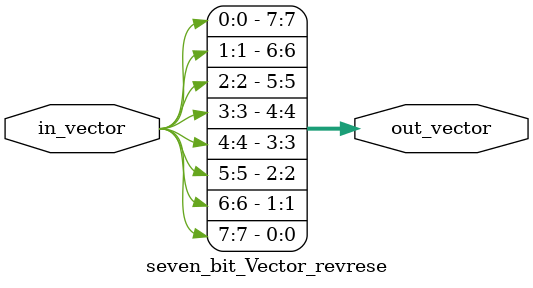
<source format=v>
module seven_bit_Vector_revrese(
input [7:0] in_vector,
output [7:0] out_vector  
);

      assign out_vector = {in_vector[0], in_vector[1], in_vector[2], in_vector[3], in_vector[4], in_vector[5], in_vector[6], in_vector[7]};
    /*
assign out_vector[0]=in_vector[7];
assign out_vector[1]=in_vector[6];
assign out_vector[2]=in_vector[5];
assign out_vector[3]=in_vector[4];
assign out_vector[4]=in_vector[3];
assign out_vector[5]=in_vector[2];
assign out_vector[6]=in_vector[1];
assign out_vector[7]=in_vector[0];
*/
endmodule


</source>
